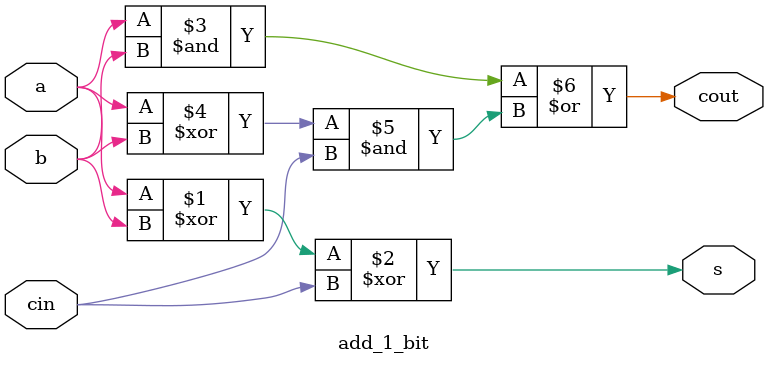
<source format=v>
module add_1_bit (
	input cin, a, b, 
	output s, cout);
	
	assign s = a ^ b ^ cin;
	assign cout = a & b | (a ^ b) & cin; 
endmodule
</source>
